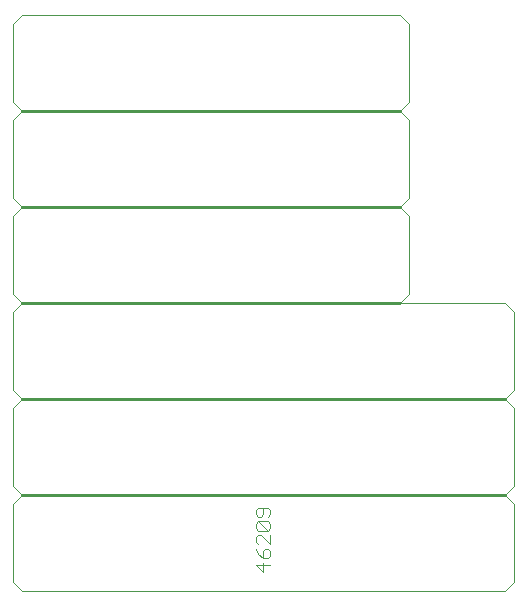
<source format=gto>
G75*
G70*
%OFA0B0*%
%FSLAX24Y24*%
%IPPOS*%
%LPD*%
%AMOC8*
5,1,8,0,0,1.08239X$1,22.5*
%
%ADD10C,0.0000*%
%ADD11C,0.0100*%
%ADD12C,0.0040*%
D10*
X000180Y000480D02*
X000480Y000180D01*
X016580Y000180D01*
X016780Y000380D01*
X016880Y000480D01*
X016880Y003080D01*
X016580Y003380D01*
X016780Y003580D01*
X016880Y003680D01*
X016880Y006280D01*
X016580Y006580D01*
X016780Y006780D01*
X016880Y006880D01*
X016880Y009480D01*
X016580Y009780D01*
X013080Y009780D01*
X013380Y010080D01*
X013380Y012680D01*
X013080Y012980D01*
X013380Y013280D01*
X013380Y015880D01*
X013080Y016180D01*
X013380Y016480D01*
X013380Y019080D01*
X013080Y019380D01*
X000480Y019380D01*
X000180Y019080D01*
X000180Y016480D01*
X000480Y016180D01*
X000180Y015880D01*
X000180Y013280D01*
X000480Y012980D01*
X000180Y012680D01*
X000180Y010080D01*
X000480Y009780D01*
X000280Y009580D01*
X000180Y009480D01*
X000180Y006880D01*
X000480Y006580D01*
X000280Y006380D01*
X000180Y006280D01*
X000180Y003680D01*
X000480Y003380D01*
X000280Y003180D01*
X000180Y003080D01*
X000180Y000480D01*
D11*
X000480Y003380D02*
X016580Y003380D01*
X016580Y006580D02*
X000480Y006580D01*
X000480Y009780D02*
X013080Y009780D01*
X013080Y012980D02*
X000480Y012980D01*
X000480Y016180D02*
X013080Y016180D01*
D12*
X008683Y002948D02*
X008376Y002948D01*
X008300Y002872D01*
X008300Y002718D01*
X008376Y002642D01*
X008453Y002642D01*
X008530Y002718D01*
X008530Y002948D01*
X008683Y002948D02*
X008760Y002872D01*
X008760Y002718D01*
X008683Y002642D01*
X008683Y002488D02*
X008760Y002411D01*
X008760Y002258D01*
X008683Y002181D01*
X008376Y002488D01*
X008683Y002488D01*
X008376Y002488D02*
X008300Y002411D01*
X008300Y002258D01*
X008376Y002181D01*
X008683Y002181D01*
X008760Y002028D02*
X008760Y001721D01*
X008453Y002028D01*
X008376Y002028D01*
X008300Y001951D01*
X008300Y001798D01*
X008376Y001721D01*
X008300Y001567D02*
X008376Y001414D01*
X008530Y001260D01*
X008530Y001491D01*
X008607Y001567D01*
X008683Y001567D01*
X008760Y001491D01*
X008760Y001337D01*
X008683Y001260D01*
X008530Y001260D01*
X008530Y001107D02*
X008530Y000800D01*
X008300Y001030D01*
X008760Y001030D01*
M02*

</source>
